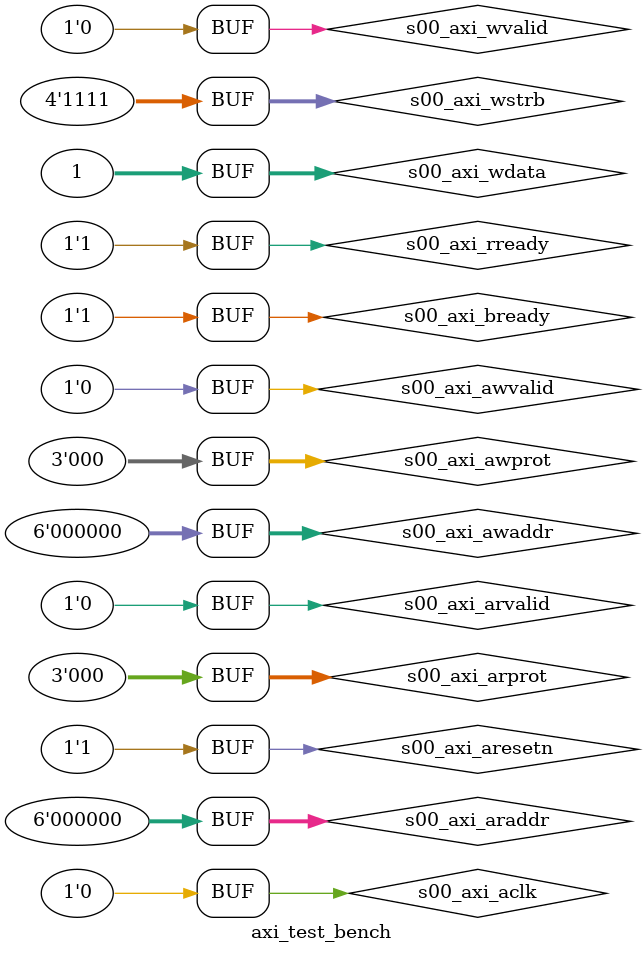
<source format=v>
`timescale 1ns / 1ps


module axi_test_bench(

    );
    
    localparam integer C_S00_AXI_DATA_WIDTH	= 32;
	localparam integer C_S00_AXI_ADDR_WIDTH	= 6;
	
	reg  s00_axi_aclk;
		reg  s00_axi_aresetn;
		reg [C_S00_AXI_ADDR_WIDTH-1 : 0] s00_axi_awaddr;
		reg [2 : 0] s00_axi_awprot;
		reg  s00_axi_awvalid;
		wire  s00_axi_awready;
		reg [C_S00_AXI_DATA_WIDTH-1 : 0] s00_axi_wdata;
		reg [(C_S00_AXI_DATA_WIDTH/8)-1 : 0] s00_axi_wstrb;
		reg  s00_axi_wvalid;
		wire  s00_axi_wready;
		wire [1 : 0] s00_axi_bresp;
		wire  s00_axi_bvalid;
		reg  s00_axi_bready;
		reg [C_S00_AXI_ADDR_WIDTH-1 : 0] s00_axi_araddr;
		reg [2 : 0] s00_axi_arprot;
		reg  s00_axi_arvalid;
		wire  s00_axi_arready;
		wire [C_S00_AXI_DATA_WIDTH-1 : 0] s00_axi_rdata;
		wire [1 : 0] s00_axi_rresp;
		 wire  s00_axi_rvalid;
		reg  s00_axi_rready;
		
   always 
begin
    s00_axi_aclk = 1'b1; 
    #5; // high for 20 * timescale = 20 ns

    s00_axi_aclk = 1'b0;
    #5; // low for 20 * timescale = 20 ns
end

initial begin
    s00_axi_aresetn <= 1'b0;
    s00_axi_awaddr <= 0;
    s00_axi_awprot <= 0;
    s00_axi_awvalid <= 0;
    s00_axi_wdata <= 0;
    s00_axi_wstrb <= 4'b1111;
    s00_axi_wvalid <= 0;
    s00_axi_bready <= 1;
    s00_axi_araddr <= 0;
    s00_axi_arprot <= 0;
    s00_axi_arvalid <= 0;
    s00_axi_rready <= 1;
    #112;
    s00_axi_aresetn <= 1'b1;
    #100;
    s00_axi_awaddr <= 32'h4;
    s00_axi_wdata <= 32'b110;
    s00_axi_awvalid <= 1;
    s00_axi_wvalid <= 1;
    #20;
    s00_axi_awvalid <= 0;
    s00_axi_wvalid <= 0;
    #100;
    s00_axi_awaddr <= 32'h0;
    s00_axi_wdata <= 32'b1;
    s00_axi_awvalid <= 1;
    s00_axi_wvalid <= 1;
    #20;
    s00_axi_awvalid <= 0;
    s00_axi_wvalid <= 0;
    #100;
end
    
		
    qec_3_axi_v1_0 # ( 
		.C_S_AXI_DATA_WIDTH(C_S00_AXI_DATA_WIDTH),
		.C_S_AXI_ADDR_WIDTH(C_S00_AXI_ADDR_WIDTH)
	) qec_3_axi_v1_0_inst (
		.s00_axi_aclk(s00_axi_aclk),
		.s00_axi_aresetn(s00_axi_aresetn),
		.s00_axi_awaddr(s00_axi_awaddr),
		.s00_axi_awprot(s00_axi_awprot),
		.s00_axi_awvalid(s00_axi_awvalid),
		.s00_axi_awready(s00_axi_awready),
		.s00_axi_wdata(s00_axi_wdata),
		.s00_axi_wstrb(s00_axi_wstrb),
		.s00_axi_wvalid(s00_axi_wvalid),
		.s00_axi_wready(s00_axi_wready),
		.s00_axi_bresp(s00_axi_bresp),
		.s00_axi_bvalid(s00_axi_bvalid),
		.s00_axi_bready(s00_axi_bready),
		.s00_axi_araddr(s00_axi_araddr),
		.s00_axi_arprot(s00_axi_arprot),
		.s00_axi_arvalid(s00_axi_arvalid),
		.s00_axi_arready(s00_axi_arready),
		.s00_axi_rdata(s00_axi_rdata),
		.s00_axi_rresp(s00_axi_rresp),
		.s00_axi_rvalid(s00_axi_rvalid),
		.s00_axi_rready(s00_axi_rready)
	);
endmodule

</source>
